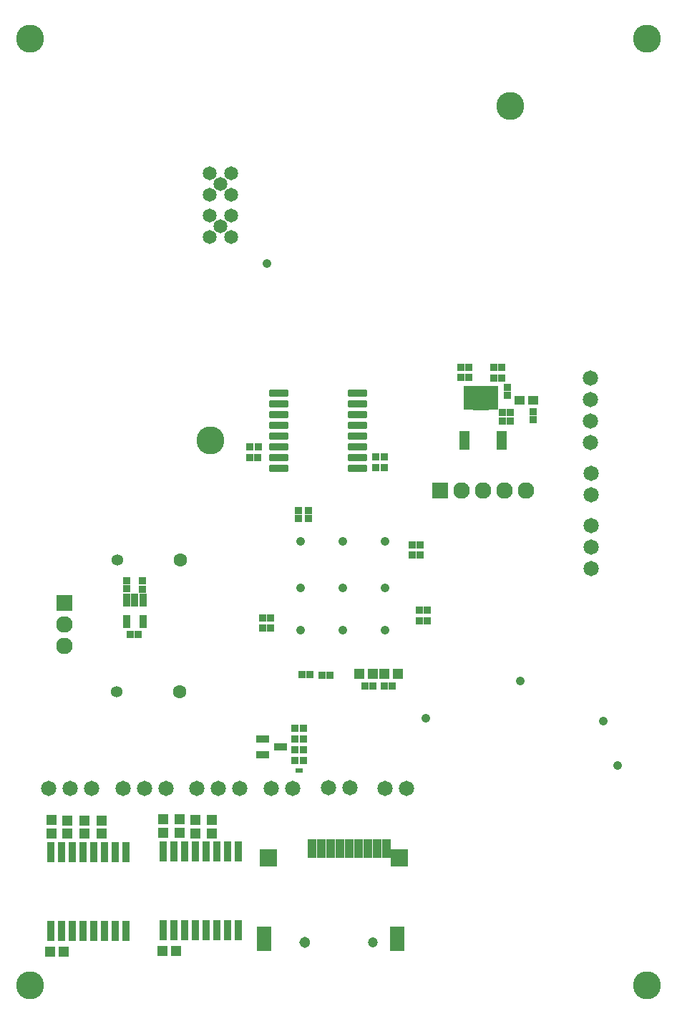
<source format=gbr>
G04 EAGLE Gerber RS-274X export*
G75*
%MOMM*%
%FSLAX34Y34*%
%LPD*%
%INSoldermask Bottom*%
%IPPOS*%
%AMOC8*
5,1,8,0,0,1.08239X$1,22.5*%
G01*
%ADD10C,3.304800*%
%ADD11C,1.652800*%
%ADD12R,0.902300X0.927300*%
%ADD13R,0.927300X0.902300*%
%ADD14R,1.164600X1.254800*%
%ADD15C,1.604800*%
%ADD16C,1.354800*%
%ADD17R,0.903900X2.360800*%
%ADD18R,1.254800X1.164600*%
%ADD19R,1.154800X0.554800*%
%ADD20R,1.954800X2.854800*%
%ADD21R,1.254800X1.004800*%
%ADD22R,0.859600X0.927300*%
%ADD23R,0.804800X0.804800*%
%ADD24C,0.456347*%
%ADD25R,0.854800X1.504800*%
%ADD26R,0.927300X0.859600*%
%ADD27R,1.603000X0.906300*%
%ADD28R,0.524800X0.584800*%
%ADD29C,1.812800*%
%ADD30R,1.004800X2.204800*%
%ADD31R,2.004800X2.104800*%
%ADD32R,1.704800X2.904800*%
%ADD33C,1.204800*%
%ADD34C,1.304800*%
%ADD35R,1.294800X2.224800*%
%ADD36R,1.954800X1.954800*%
%ADD37C,1.954800*%
%ADD38C,1.061200*%


D10*
X253100Y684900D03*
X608200Y1080000D03*
X770000Y40000D03*
X40000Y40000D03*
X40000Y1160000D03*
X770000Y1160000D03*
D11*
X265000Y937500D03*
X277700Y950200D03*
X252300Y950200D03*
X277700Y924800D03*
X252300Y924800D03*
X265000Y987500D03*
X277700Y1000200D03*
X252300Y1000200D03*
X277700Y974800D03*
X252300Y974800D03*
D12*
X394732Y407350D03*
X385482Y407350D03*
X500269Y471079D03*
X509519Y471079D03*
X501297Y548831D03*
X492047Y548831D03*
X501297Y561302D03*
X492047Y561302D03*
D13*
X357039Y601718D03*
X357039Y592468D03*
X369561Y601743D03*
X369561Y592493D03*
D12*
X315532Y462434D03*
X324782Y462434D03*
X370968Y407743D03*
X361718Y407743D03*
X500268Y483722D03*
X509518Y483722D03*
X315506Y475028D03*
X324756Y475028D03*
X445264Y394333D03*
X436014Y394333D03*
X459204Y394435D03*
X468454Y394435D03*
D14*
X445288Y408582D03*
X429386Y408582D03*
X459129Y408557D03*
X475031Y408557D03*
D15*
X216850Y387700D03*
D16*
X142350Y387700D03*
D17*
X197250Y198717D03*
X209950Y198717D03*
X222650Y198717D03*
X235350Y198717D03*
X248050Y198717D03*
X260750Y198717D03*
X273450Y198717D03*
X286150Y198717D03*
X286150Y105883D03*
X273450Y105883D03*
X260750Y105883D03*
X248050Y105883D03*
X235350Y105883D03*
X222650Y105883D03*
X209950Y105883D03*
X197250Y105883D03*
X64750Y197917D03*
X77450Y197917D03*
X90150Y197917D03*
X102850Y197917D03*
X115550Y197917D03*
X128250Y197917D03*
X140950Y197917D03*
X153650Y197917D03*
X153650Y105083D03*
X140950Y105083D03*
X128250Y105083D03*
X115550Y105083D03*
X102850Y105083D03*
X90150Y105083D03*
X77450Y105083D03*
X64750Y105083D03*
D18*
X197200Y220649D03*
X197200Y236551D03*
X235600Y220249D03*
X235600Y236151D03*
X216500Y236451D03*
X216500Y220549D03*
X254900Y220149D03*
X254900Y236051D03*
D14*
X196749Y81300D03*
X212651Y81300D03*
X63449Y80000D03*
X79351Y80000D03*
D18*
X65200Y219649D03*
X65200Y235551D03*
X104300Y219449D03*
X104300Y235351D03*
X84400Y235451D03*
X84400Y219549D03*
X124400Y219449D03*
X124400Y235351D03*
D19*
X587900Y746150D03*
X587900Y741650D03*
X587900Y737150D03*
X587900Y732650D03*
X587900Y728150D03*
X587900Y723650D03*
X558900Y723650D03*
X558900Y728150D03*
X558900Y732650D03*
X558900Y737150D03*
X558900Y741650D03*
X558900Y746150D03*
D20*
X573400Y734900D03*
D21*
X618750Y731900D03*
X635250Y731900D03*
D22*
X588362Y758600D03*
X598038Y758600D03*
X559038Y758800D03*
X549362Y758800D03*
D12*
X597825Y771100D03*
X588575Y771100D03*
X549575Y771300D03*
X558825Y771300D03*
D13*
X635200Y709275D03*
X635200Y718525D03*
D12*
X598975Y717800D03*
X608225Y717800D03*
D23*
X598400Y707700D03*
X608400Y707700D03*
D13*
X604500Y738075D03*
X604500Y747325D03*
D24*
X343043Y650057D02*
X324057Y650057D01*
X324057Y654443D01*
X343043Y654443D01*
X343043Y650057D01*
X343043Y654392D02*
X324057Y654392D01*
X324057Y662757D02*
X343043Y662757D01*
X324057Y662757D02*
X324057Y667143D01*
X343043Y667143D01*
X343043Y662757D01*
X343043Y667092D02*
X324057Y667092D01*
X324057Y675457D02*
X343043Y675457D01*
X324057Y675457D02*
X324057Y679843D01*
X343043Y679843D01*
X343043Y675457D01*
X343043Y679792D02*
X324057Y679792D01*
X324057Y688157D02*
X343043Y688157D01*
X324057Y688157D02*
X324057Y692543D01*
X343043Y692543D01*
X343043Y688157D01*
X343043Y692492D02*
X324057Y692492D01*
X324057Y700857D02*
X343043Y700857D01*
X324057Y700857D02*
X324057Y705243D01*
X343043Y705243D01*
X343043Y700857D01*
X343043Y705192D02*
X324057Y705192D01*
X324057Y713557D02*
X343043Y713557D01*
X324057Y713557D02*
X324057Y717943D01*
X343043Y717943D01*
X343043Y713557D01*
X343043Y717892D02*
X324057Y717892D01*
X324057Y726257D02*
X343043Y726257D01*
X324057Y726257D02*
X324057Y730643D01*
X343043Y730643D01*
X343043Y726257D01*
X343043Y730592D02*
X324057Y730592D01*
X324057Y738957D02*
X343043Y738957D01*
X324057Y738957D02*
X324057Y743343D01*
X343043Y743343D01*
X343043Y738957D01*
X343043Y743292D02*
X324057Y743292D01*
X417157Y738957D02*
X436143Y738957D01*
X417157Y738957D02*
X417157Y743343D01*
X436143Y743343D01*
X436143Y738957D01*
X436143Y743292D02*
X417157Y743292D01*
X417157Y726257D02*
X436143Y726257D01*
X417157Y726257D02*
X417157Y730643D01*
X436143Y730643D01*
X436143Y726257D01*
X436143Y730592D02*
X417157Y730592D01*
X417157Y713557D02*
X436143Y713557D01*
X417157Y713557D02*
X417157Y717943D01*
X436143Y717943D01*
X436143Y713557D01*
X436143Y717892D02*
X417157Y717892D01*
X417157Y700857D02*
X436143Y700857D01*
X417157Y700857D02*
X417157Y705243D01*
X436143Y705243D01*
X436143Y700857D01*
X436143Y705192D02*
X417157Y705192D01*
X417157Y688157D02*
X436143Y688157D01*
X417157Y688157D02*
X417157Y692543D01*
X436143Y692543D01*
X436143Y688157D01*
X436143Y692492D02*
X417157Y692492D01*
X417157Y675457D02*
X436143Y675457D01*
X417157Y675457D02*
X417157Y679843D01*
X436143Y679843D01*
X436143Y675457D01*
X436143Y679792D02*
X417157Y679792D01*
X417157Y662757D02*
X436143Y662757D01*
X417157Y662757D02*
X417157Y667143D01*
X436143Y667143D01*
X436143Y662757D01*
X436143Y667092D02*
X417157Y667092D01*
X417157Y650057D02*
X436143Y650057D01*
X417157Y650057D02*
X417157Y654443D01*
X436143Y654443D01*
X436143Y650057D01*
X436143Y654392D02*
X417157Y654392D01*
D15*
X217850Y543700D03*
D16*
X143350Y543700D03*
D22*
X449062Y665000D03*
X458738Y665000D03*
X449062Y652400D03*
X458738Y652400D03*
X309738Y677100D03*
X300062Y677100D03*
D12*
X309325Y664600D03*
X300075Y664600D03*
D25*
X154400Y496200D03*
X163900Y496200D03*
X173400Y496200D03*
X173400Y470200D03*
X154400Y470200D03*
D26*
X173300Y508862D03*
X173300Y518538D03*
X154400Y509362D03*
X154400Y519038D03*
D12*
X167825Y455200D03*
X158575Y455200D03*
D27*
X315534Y312600D03*
X315534Y331600D03*
X336066Y322100D03*
D28*
X356300Y294300D03*
X359900Y294300D03*
D22*
X363038Y306400D03*
X353362Y306400D03*
X363038Y318900D03*
X353362Y318900D03*
X353362Y331400D03*
X363038Y331400D03*
X353362Y343900D03*
X363038Y343900D03*
D29*
X459600Y273300D03*
X485000Y273300D03*
X325300Y273500D03*
X350700Y273500D03*
X237600Y273500D03*
X263000Y273500D03*
X288400Y273500D03*
X149600Y273500D03*
X175000Y273500D03*
X200400Y273500D03*
X61600Y273500D03*
X87000Y273500D03*
X112400Y273500D03*
X703000Y758100D03*
X703000Y732700D03*
X703000Y707300D03*
X703000Y681900D03*
D30*
X373200Y201700D03*
X384200Y201700D03*
X395200Y201700D03*
X406200Y201700D03*
X417200Y201700D03*
X428200Y201700D03*
X439200Y201700D03*
X450200Y201700D03*
X461200Y201700D03*
D31*
X476700Y191200D03*
X321700Y191200D03*
D32*
X474200Y95200D03*
X317200Y95200D03*
D33*
X445200Y91200D03*
D34*
X365200Y91200D03*
D35*
X553600Y684500D03*
X597800Y684500D03*
D29*
X392600Y273800D03*
X418000Y273800D03*
D36*
X524700Y625200D03*
D37*
X550100Y625200D03*
X575500Y625200D03*
X600900Y625200D03*
X626300Y625200D03*
D29*
X703600Y645900D03*
X703600Y620500D03*
X703500Y584200D03*
X703500Y558800D03*
X703500Y533400D03*
D36*
X81000Y492400D03*
D37*
X81000Y467000D03*
X81000Y441600D03*
D38*
X360000Y565000D03*
X410000Y565000D03*
X460000Y565000D03*
X360000Y510000D03*
X360000Y460000D03*
X410000Y510000D03*
X460000Y510000D03*
X460000Y460000D03*
X410000Y460000D03*
X507900Y356000D03*
X620000Y400200D03*
X319900Y893600D03*
X734800Y300600D03*
X718500Y352400D03*
M02*

</source>
